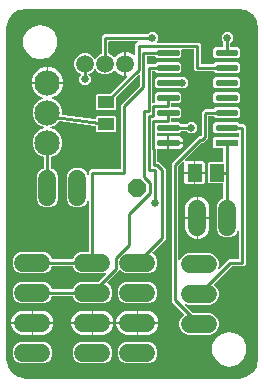
<source format=gtl>
G04 EAGLE Gerber RS-274X export*
G75*
%MOMM*%
%FSLAX34Y34*%
%LPD*%
%INTop Copper*%
%IPPOS*%
%AMOC8*
5,1,8,0,0,1.08239X$1,22.5*%
G01*
G04 Define Apertures*
%ADD10R,1.950000X0.590000*%
%ADD11C,0.295000*%
%ADD12C,2.140000*%
%ADD13R,1.420200X1.031200*%
%ADD14C,1.524000*%
%ADD15P,1.649562X8X22.500000*%
%ADD16R,1.300000X1.500000*%
%ADD17C,1.500000*%
%ADD18C,0.254000*%
%ADD19C,0.654800*%
G36*
X200149Y3317D02*
X206247Y4530D01*
X206522Y4643D01*
X211692Y8098D01*
X211902Y8308D01*
X215357Y13478D01*
X215470Y13753D01*
X216683Y19851D01*
X216698Y20000D01*
X216698Y300000D01*
X216683Y300149D01*
X215470Y306247D01*
X215357Y306522D01*
X211902Y311692D01*
X211692Y311902D01*
X206522Y315357D01*
X206247Y315470D01*
X200149Y316683D01*
X200000Y316698D01*
X20000Y316698D01*
X19851Y316683D01*
X13753Y315470D01*
X13478Y315357D01*
X8308Y311902D01*
X8098Y311692D01*
X4643Y306522D01*
X4530Y306247D01*
X3317Y300149D01*
X3302Y300000D01*
X3302Y20000D01*
X3317Y19851D01*
X4530Y13753D01*
X4643Y13478D01*
X8098Y8308D01*
X8308Y8098D01*
X13478Y4643D01*
X13753Y4530D01*
X19851Y3317D01*
X20000Y3302D01*
X200000Y3302D01*
X200149Y3317D01*
G37*
%LPC*%
G36*
X25749Y275048D02*
X20645Y279119D01*
X17812Y285001D01*
X17812Y291530D01*
X20645Y297412D01*
X25749Y301482D01*
X32114Y302935D01*
X38479Y301482D01*
X43583Y297412D01*
X46416Y291530D01*
X46416Y285001D01*
X43583Y279119D01*
X38479Y275048D01*
X32114Y273596D01*
X25749Y275048D01*
G37*
G36*
X180383Y274926D02*
X178626Y276683D01*
X178626Y282117D01*
X180383Y283874D01*
X186344Y283874D01*
X186641Y283934D01*
X186891Y284106D01*
X187055Y284361D01*
X187106Y284636D01*
X187106Y288393D01*
X187046Y288690D01*
X186883Y288932D01*
X185702Y290113D01*
X185702Y294087D01*
X188513Y296898D01*
X192487Y296898D01*
X195298Y294087D01*
X195298Y290113D01*
X192917Y287732D01*
X192750Y287479D01*
X192694Y287193D01*
X192694Y284636D01*
X192754Y284339D01*
X192926Y284089D01*
X193181Y283925D01*
X193456Y283874D01*
X199417Y283874D01*
X201174Y282117D01*
X201174Y276683D01*
X199417Y274926D01*
X180383Y274926D01*
G37*
G36*
X15961Y67056D02*
X12600Y68448D01*
X10028Y71020D01*
X8636Y74381D01*
X8636Y78019D01*
X10028Y81380D01*
X12600Y83952D01*
X15961Y85344D01*
X34839Y85344D01*
X38200Y83952D01*
X40772Y81380D01*
X41565Y79464D01*
X41735Y79213D01*
X41989Y79047D01*
X42269Y78994D01*
X59331Y78994D01*
X59628Y79054D01*
X59878Y79226D01*
X60035Y79464D01*
X60828Y81380D01*
X63400Y83952D01*
X66761Y85344D01*
X81077Y85344D01*
X81374Y85404D01*
X81616Y85567D01*
X87822Y91774D01*
X87990Y92026D01*
X88045Y92325D01*
X87980Y92621D01*
X87805Y92868D01*
X87547Y93028D01*
X87247Y93074D01*
X86992Y93016D01*
X85639Y92456D01*
X66761Y92456D01*
X63400Y93848D01*
X60828Y96420D01*
X60035Y98336D01*
X59865Y98587D01*
X59611Y98753D01*
X59331Y98806D01*
X42269Y98806D01*
X41972Y98746D01*
X41722Y98574D01*
X41565Y98336D01*
X40772Y96420D01*
X38200Y93848D01*
X34839Y92456D01*
X15961Y92456D01*
X12600Y93848D01*
X10028Y96420D01*
X8636Y99781D01*
X8636Y103419D01*
X10028Y106780D01*
X12600Y109352D01*
X15961Y110744D01*
X34839Y110744D01*
X38200Y109352D01*
X40772Y106780D01*
X41565Y104864D01*
X41735Y104613D01*
X41989Y104447D01*
X42269Y104394D01*
X59331Y104394D01*
X59628Y104454D01*
X59878Y104626D01*
X60035Y104864D01*
X60828Y106780D01*
X63400Y109352D01*
X66761Y110744D01*
X72644Y110744D01*
X72941Y110804D01*
X73191Y110976D01*
X73355Y111231D01*
X73406Y111506D01*
X73406Y153670D01*
X73346Y153967D01*
X73174Y154217D01*
X72919Y154381D01*
X72620Y154432D01*
X72325Y154362D01*
X72080Y154182D01*
X71940Y153962D01*
X71252Y152300D01*
X68680Y149728D01*
X65319Y148336D01*
X61681Y148336D01*
X58320Y149728D01*
X55748Y152300D01*
X54356Y155661D01*
X54356Y174539D01*
X55748Y177900D01*
X58320Y180472D01*
X61681Y181864D01*
X65319Y181864D01*
X68680Y180472D01*
X71252Y177900D01*
X71940Y176238D01*
X72110Y175987D01*
X72364Y175822D01*
X72662Y175768D01*
X72958Y175836D01*
X73204Y176013D01*
X73361Y176272D01*
X73406Y176530D01*
X73406Y178957D01*
X75043Y180594D01*
X99308Y180594D01*
X99605Y180654D01*
X99855Y180826D01*
X100019Y181081D01*
X100070Y181356D01*
X100070Y234993D01*
X116363Y251286D01*
X116530Y251539D01*
X116586Y251825D01*
X116586Y260328D01*
X116526Y260625D01*
X116354Y260875D01*
X116099Y261039D01*
X115800Y261090D01*
X115505Y261020D01*
X115285Y260867D01*
X96761Y242343D01*
X96594Y242090D01*
X96538Y241804D01*
X96538Y231659D01*
X95645Y230766D01*
X80181Y230766D01*
X79288Y231659D01*
X79288Y243233D01*
X80181Y244126D01*
X90326Y244126D01*
X90623Y244186D01*
X90865Y244349D01*
X105175Y258659D01*
X105342Y258912D01*
X105398Y259210D01*
X105333Y259506D01*
X105157Y259754D01*
X104899Y259913D01*
X104762Y259938D01*
X104762Y280040D01*
X105997Y280040D01*
X109687Y278512D01*
X111221Y276978D01*
X111474Y276810D01*
X111772Y276754D01*
X112068Y276820D01*
X112316Y276995D01*
X112475Y277253D01*
X112522Y277516D01*
X112522Y286301D01*
X114226Y288005D01*
X114393Y288258D01*
X114449Y288556D01*
X114384Y288852D01*
X114208Y289100D01*
X113950Y289259D01*
X113687Y289306D01*
X90556Y289306D01*
X90259Y289246D01*
X90009Y289074D01*
X89845Y288819D01*
X89794Y288544D01*
X89794Y279119D01*
X89854Y278822D01*
X90026Y278572D01*
X90264Y278415D01*
X92112Y277650D01*
X94268Y275494D01*
X94521Y275326D01*
X94819Y275271D01*
X95115Y275336D01*
X95363Y275511D01*
X95453Y275652D01*
X98313Y278512D01*
X102003Y280040D01*
X103238Y280040D01*
X103238Y259960D01*
X102003Y259960D01*
X98313Y261489D01*
X95446Y264356D01*
X95341Y264510D01*
X95087Y264676D01*
X94789Y264729D01*
X94493Y264662D01*
X94268Y264506D01*
X92112Y262350D01*
X88795Y260976D01*
X85205Y260976D01*
X81888Y262350D01*
X79350Y264888D01*
X79010Y265708D01*
X78841Y265959D01*
X78587Y266125D01*
X78288Y266178D01*
X77992Y266111D01*
X77746Y265933D01*
X77602Y265708D01*
X77263Y264888D01*
X74724Y262350D01*
X73112Y261682D01*
X72860Y261512D01*
X72695Y261258D01*
X72641Y260960D01*
X72709Y260664D01*
X72864Y260439D01*
X74648Y258655D01*
X74648Y254681D01*
X71837Y251870D01*
X67863Y251870D01*
X65052Y254681D01*
X65052Y258655D01*
X66596Y260199D01*
X66763Y260452D01*
X66819Y260738D01*
X66819Y260881D01*
X66758Y261178D01*
X66587Y261428D01*
X66348Y261585D01*
X64501Y262350D01*
X61963Y264888D01*
X60589Y268205D01*
X60589Y271795D01*
X61963Y275112D01*
X64501Y277650D01*
X67818Y279024D01*
X71408Y279024D01*
X74724Y277650D01*
X77263Y275112D01*
X77602Y274292D01*
X77772Y274041D01*
X78026Y273875D01*
X78325Y273822D01*
X78620Y273889D01*
X78866Y274067D01*
X79010Y274292D01*
X79350Y275112D01*
X81888Y277650D01*
X83736Y278415D01*
X83987Y278585D01*
X84153Y278839D01*
X84206Y279119D01*
X84206Y293257D01*
X85843Y294894D01*
X122693Y294894D01*
X122990Y294954D01*
X123232Y295117D01*
X125013Y296898D01*
X128987Y296898D01*
X131798Y294087D01*
X131798Y290113D01*
X130924Y289239D01*
X130757Y288986D01*
X130701Y288688D01*
X130766Y288392D01*
X130942Y288144D01*
X131200Y287985D01*
X131463Y287938D01*
X166257Y287938D01*
X167894Y286301D01*
X167894Y270256D01*
X167954Y269959D01*
X168126Y269709D01*
X168381Y269545D01*
X168656Y269494D01*
X178387Y269494D01*
X178684Y269554D01*
X178926Y269717D01*
X180383Y271174D01*
X199417Y271174D01*
X201174Y269417D01*
X201174Y263983D01*
X199417Y262226D01*
X180383Y262226D01*
X178926Y263683D01*
X178673Y263850D01*
X178387Y263906D01*
X163943Y263906D01*
X162306Y265543D01*
X162306Y281588D01*
X162246Y281885D01*
X162074Y282135D01*
X161819Y282299D01*
X161544Y282350D01*
X152336Y282350D01*
X152039Y282290D01*
X151789Y282118D01*
X151625Y281863D01*
X151574Y281588D01*
X151574Y276683D01*
X149817Y274926D01*
X130783Y274926D01*
X129326Y276383D01*
X129073Y276550D01*
X128787Y276606D01*
X122936Y276606D01*
X122639Y276546D01*
X122389Y276374D01*
X122225Y276119D01*
X122174Y275844D01*
X122174Y270256D01*
X122234Y269959D01*
X122406Y269709D01*
X122661Y269545D01*
X122936Y269494D01*
X128787Y269494D01*
X129084Y269554D01*
X129326Y269717D01*
X130783Y271174D01*
X149817Y271174D01*
X151574Y269417D01*
X151574Y263983D01*
X149817Y262226D01*
X130783Y262226D01*
X129326Y263683D01*
X129073Y263850D01*
X128787Y263906D01*
X127248Y263906D01*
X126951Y263846D01*
X126701Y263674D01*
X126537Y263419D01*
X126486Y263144D01*
X126486Y237900D01*
X126546Y237603D01*
X126718Y237353D01*
X126973Y237189D01*
X127248Y237138D01*
X128631Y237138D01*
X128928Y237198D01*
X129179Y237370D01*
X129342Y237625D01*
X129393Y237924D01*
X129323Y238219D01*
X129170Y238439D01*
X129026Y238583D01*
X129026Y244017D01*
X130783Y245774D01*
X149817Y245774D01*
X151574Y244017D01*
X151574Y238583D01*
X149817Y236826D01*
X143856Y236826D01*
X143559Y236766D01*
X143309Y236594D01*
X143145Y236339D01*
X143094Y236064D01*
X143094Y233836D01*
X143154Y233539D01*
X143326Y233289D01*
X143581Y233125D01*
X143856Y233074D01*
X149817Y233074D01*
X151574Y231317D01*
X151574Y225883D01*
X149817Y224126D01*
X143856Y224126D01*
X143559Y224066D01*
X143309Y223894D01*
X143145Y223639D01*
X143094Y223364D01*
X143094Y221136D01*
X143154Y220839D01*
X143326Y220589D01*
X143581Y220425D01*
X143856Y220374D01*
X149817Y220374D01*
X151274Y218917D01*
X151527Y218750D01*
X151813Y218694D01*
X155713Y218694D01*
X156010Y218754D01*
X156252Y218917D01*
X158033Y220698D01*
X162007Y220698D01*
X164818Y217887D01*
X164818Y213913D01*
X162007Y211102D01*
X158033Y211102D01*
X156252Y212883D01*
X155999Y213050D01*
X155713Y213106D01*
X151813Y213106D01*
X151516Y213046D01*
X151274Y212883D01*
X149817Y211426D01*
X131312Y211426D01*
X131015Y211366D01*
X130765Y211194D01*
X130601Y210939D01*
X130550Y210664D01*
X130550Y209452D01*
X130610Y209155D01*
X130782Y208905D01*
X131037Y208741D01*
X131312Y208690D01*
X139538Y208690D01*
X139538Y197710D01*
X131826Y197710D01*
X131529Y197650D01*
X131279Y197478D01*
X131115Y197223D01*
X131064Y196948D01*
X131064Y187706D01*
X131124Y187409D01*
X131296Y187159D01*
X131551Y186995D01*
X131826Y186944D01*
X132127Y186944D01*
X138148Y180923D01*
X138148Y121497D01*
X127090Y110439D01*
X126923Y110186D01*
X126867Y109888D01*
X126932Y109592D01*
X127090Y109361D01*
X129672Y106780D01*
X131064Y103419D01*
X131064Y99781D01*
X129672Y96420D01*
X127100Y93848D01*
X123739Y92456D01*
X104861Y92456D01*
X101500Y93848D01*
X100189Y95160D01*
X99936Y95327D01*
X99638Y95383D01*
X99342Y95318D01*
X99111Y95160D01*
X88990Y85039D01*
X88823Y84786D01*
X88767Y84488D01*
X88832Y84192D01*
X88990Y83961D01*
X91572Y81380D01*
X92964Y78019D01*
X92964Y74381D01*
X91572Y71020D01*
X89000Y68448D01*
X85639Y67056D01*
X66761Y67056D01*
X63400Y68448D01*
X60828Y71020D01*
X60035Y72936D01*
X59865Y73187D01*
X59611Y73353D01*
X59331Y73406D01*
X42269Y73406D01*
X41972Y73346D01*
X41722Y73174D01*
X41565Y72936D01*
X40772Y71020D01*
X38200Y68448D01*
X34839Y67056D01*
X15961Y67056D01*
G37*
G36*
X24860Y254762D02*
X24860Y256634D01*
X26876Y261500D01*
X30600Y265224D01*
X35466Y267240D01*
X37338Y267240D01*
X37338Y254762D01*
X24860Y254762D01*
G37*
G36*
X38862Y254762D02*
X38862Y267240D01*
X40734Y267240D01*
X45600Y265224D01*
X49324Y261500D01*
X51340Y256634D01*
X51340Y254762D01*
X38862Y254762D01*
G37*
G36*
X150413Y249202D02*
X150312Y249303D01*
X150059Y249470D01*
X149773Y249526D01*
X130783Y249526D01*
X129026Y251283D01*
X129026Y256717D01*
X130783Y258474D01*
X149773Y258474D01*
X150070Y258534D01*
X150312Y258697D01*
X150413Y258798D01*
X154387Y258798D01*
X157198Y255987D01*
X157198Y252013D01*
X154387Y249202D01*
X150413Y249202D01*
G37*
G36*
X180383Y249526D02*
X178626Y251283D01*
X178626Y256717D01*
X180383Y258474D01*
X199417Y258474D01*
X201174Y256717D01*
X201174Y251283D01*
X199417Y249526D01*
X180383Y249526D01*
G37*
G36*
X36281Y148336D02*
X32920Y149728D01*
X30348Y152300D01*
X28956Y155661D01*
X28956Y174539D01*
X30348Y177900D01*
X32920Y180472D01*
X34836Y181265D01*
X35087Y181435D01*
X35253Y181689D01*
X35306Y181969D01*
X35306Y190617D01*
X35246Y190914D01*
X35074Y191164D01*
X34836Y191321D01*
X31176Y192837D01*
X27737Y196276D01*
X25876Y200769D01*
X25876Y205632D01*
X27737Y210124D01*
X31176Y213563D01*
X35118Y215196D01*
X35370Y215366D01*
X35535Y215620D01*
X35588Y215918D01*
X35521Y216214D01*
X35343Y216460D01*
X35118Y216604D01*
X31176Y218237D01*
X27737Y221676D01*
X25876Y226169D01*
X25876Y231032D01*
X27737Y235524D01*
X31176Y238963D01*
X33791Y240046D01*
X34042Y240216D01*
X34208Y240470D01*
X34261Y240768D01*
X34193Y241064D01*
X34016Y241310D01*
X33791Y241454D01*
X30600Y242776D01*
X26876Y246500D01*
X24860Y251366D01*
X24860Y253238D01*
X51340Y253238D01*
X51340Y251366D01*
X49324Y246500D01*
X45600Y242776D01*
X42409Y241454D01*
X42158Y241285D01*
X41992Y241031D01*
X41939Y240732D01*
X42007Y240436D01*
X42184Y240190D01*
X42409Y240046D01*
X45024Y238963D01*
X48463Y235524D01*
X50324Y231032D01*
X50324Y227613D01*
X50384Y227316D01*
X50556Y227066D01*
X50811Y226902D01*
X50984Y226858D01*
X78424Y223156D01*
X78727Y223176D01*
X78998Y223312D01*
X79194Y223544D01*
X79288Y223911D01*
X79288Y224843D01*
X80181Y225736D01*
X95645Y225736D01*
X96538Y224843D01*
X96538Y213269D01*
X95645Y212376D01*
X80181Y212376D01*
X79288Y213269D01*
X79288Y216734D01*
X79228Y217032D01*
X79056Y217282D01*
X78801Y217445D01*
X78628Y217489D01*
X48735Y221523D01*
X48432Y221503D01*
X48094Y221306D01*
X45024Y218237D01*
X41082Y216604D01*
X40830Y216435D01*
X40665Y216180D01*
X40612Y215882D01*
X40679Y215586D01*
X40857Y215340D01*
X41082Y215196D01*
X45024Y213563D01*
X48463Y210124D01*
X50324Y205632D01*
X50324Y200769D01*
X48463Y196276D01*
X45024Y192837D01*
X41364Y191321D01*
X41113Y191152D01*
X40947Y190897D01*
X40894Y190617D01*
X40894Y181969D01*
X40954Y181672D01*
X41126Y181422D01*
X41364Y181265D01*
X43280Y180472D01*
X45852Y177900D01*
X47244Y174539D01*
X47244Y155661D01*
X45852Y152300D01*
X43280Y149728D01*
X39919Y148336D01*
X36281Y148336D01*
G37*
G36*
X180383Y236826D02*
X178626Y238583D01*
X178626Y244017D01*
X180383Y245774D01*
X199417Y245774D01*
X201174Y244017D01*
X201174Y238583D01*
X199417Y236826D01*
X180383Y236826D01*
G37*
G36*
X156931Y40386D02*
X153570Y41778D01*
X150998Y44350D01*
X149606Y47711D01*
X149606Y51349D01*
X150998Y54710D01*
X153580Y57291D01*
X153747Y57544D01*
X153803Y57842D01*
X153738Y58139D01*
X153580Y58369D01*
X145116Y66833D01*
X143256Y68693D01*
X143256Y185307D01*
X166483Y208534D01*
X167437Y208534D01*
X167734Y208594D01*
X167976Y208757D01*
X168433Y209214D01*
X168600Y209467D01*
X168656Y209753D01*
X168656Y228487D01*
X171563Y231394D01*
X178387Y231394D01*
X178684Y231454D01*
X178926Y231617D01*
X180383Y233074D01*
X199417Y233074D01*
X201174Y231317D01*
X201174Y225883D01*
X199417Y224126D01*
X180383Y224126D01*
X178926Y225583D01*
X178673Y225750D01*
X178387Y225806D01*
X175006Y225806D01*
X174709Y225746D01*
X174459Y225574D01*
X174295Y225319D01*
X174244Y225044D01*
X174244Y207123D01*
X170067Y202946D01*
X169113Y202946D01*
X168816Y202886D01*
X168574Y202723D01*
X154992Y189141D01*
X154825Y188888D01*
X154769Y188590D01*
X154834Y188294D01*
X155010Y188046D01*
X155268Y187887D01*
X155531Y187840D01*
X161916Y187840D01*
X161916Y178562D01*
X153638Y178562D01*
X153638Y185947D01*
X153578Y186244D01*
X153406Y186494D01*
X153151Y186658D01*
X152852Y186709D01*
X152557Y186639D01*
X152337Y186486D01*
X149067Y183216D01*
X148900Y182963D01*
X148844Y182677D01*
X148844Y104140D01*
X148904Y103843D01*
X149076Y103593D01*
X149331Y103429D01*
X149630Y103378D01*
X149925Y103448D01*
X150170Y103628D01*
X150310Y103848D01*
X150998Y105510D01*
X153570Y108082D01*
X156931Y109474D01*
X175809Y109474D01*
X179170Y108082D01*
X181742Y105510D01*
X183134Y102149D01*
X183134Y98511D01*
X182574Y97158D01*
X182516Y96860D01*
X182578Y96564D01*
X182752Y96315D01*
X183009Y96154D01*
X183308Y96105D01*
X183603Y96177D01*
X183816Y96328D01*
X191883Y104394D01*
X199644Y104394D01*
X199941Y104454D01*
X200191Y104626D01*
X200355Y104881D01*
X200406Y105156D01*
X200406Y128270D01*
X200346Y128567D01*
X200174Y128817D01*
X199919Y128981D01*
X199620Y129032D01*
X199325Y128962D01*
X199080Y128782D01*
X198940Y128562D01*
X198252Y126900D01*
X195680Y124328D01*
X192319Y122936D01*
X188681Y122936D01*
X185320Y124328D01*
X182748Y126900D01*
X181356Y130261D01*
X181356Y149139D01*
X182748Y152500D01*
X185320Y155072D01*
X186636Y155617D01*
X186887Y155786D01*
X187053Y156040D01*
X187106Y156321D01*
X187106Y168014D01*
X187046Y168311D01*
X186874Y168561D01*
X186619Y168725D01*
X186344Y168776D01*
X174547Y168776D01*
X173654Y169669D01*
X173654Y185931D01*
X174547Y186824D01*
X186344Y186824D01*
X186641Y186884D01*
X186891Y187056D01*
X187055Y187311D01*
X187106Y187586D01*
X187106Y197964D01*
X187046Y198261D01*
X186874Y198511D01*
X186619Y198675D01*
X186344Y198726D01*
X179519Y198726D01*
X178626Y199619D01*
X178626Y206781D01*
X179519Y207674D01*
X199644Y207674D01*
X199941Y207734D01*
X200191Y207906D01*
X200355Y208161D01*
X200406Y208436D01*
X200406Y210664D01*
X200346Y210961D01*
X200174Y211211D01*
X199919Y211375D01*
X199644Y211426D01*
X180383Y211426D01*
X178626Y213183D01*
X178626Y218617D01*
X180383Y220374D01*
X199417Y220374D01*
X200874Y218917D01*
X201127Y218750D01*
X201413Y218694D01*
X204357Y218694D01*
X205994Y217057D01*
X205994Y100443D01*
X204357Y98806D01*
X194513Y98806D01*
X194216Y98746D01*
X193974Y98583D01*
X179160Y83769D01*
X178993Y83516D01*
X178937Y83218D01*
X179002Y82922D01*
X179160Y82691D01*
X181742Y80110D01*
X183134Y76749D01*
X183134Y73111D01*
X181742Y69750D01*
X179170Y67178D01*
X175809Y65786D01*
X156931Y65786D01*
X155578Y66346D01*
X155280Y66404D01*
X154984Y66342D01*
X154735Y66168D01*
X154574Y65911D01*
X154525Y65612D01*
X154597Y65318D01*
X154748Y65104D01*
X160954Y58897D01*
X161207Y58730D01*
X161493Y58674D01*
X175809Y58674D01*
X179170Y57282D01*
X181742Y54710D01*
X183134Y51349D01*
X183134Y47711D01*
X181742Y44350D01*
X179170Y41778D01*
X175809Y40386D01*
X156931Y40386D01*
G37*
G36*
X141062Y203962D02*
X141062Y208690D01*
X150238Y208690D01*
X152590Y206338D01*
X152590Y203962D01*
X141062Y203962D01*
G37*
G36*
X141062Y197710D02*
X141062Y202438D01*
X152590Y202438D01*
X152590Y200062D01*
X150238Y197710D01*
X141062Y197710D01*
G37*
G36*
X163440Y178562D02*
X163440Y187840D01*
X170230Y187840D01*
X171718Y186352D01*
X171718Y178562D01*
X163440Y178562D01*
G37*
G36*
X163440Y167760D02*
X163440Y177038D01*
X171718Y177038D01*
X171718Y169248D01*
X170230Y167760D01*
X163440Y167760D01*
G37*
G36*
X155126Y167760D02*
X153638Y169248D01*
X153638Y177038D01*
X161916Y177038D01*
X161916Y167760D01*
X155126Y167760D01*
G37*
G36*
X154940Y140462D02*
X154940Y149341D01*
X156487Y153075D01*
X159345Y155933D01*
X163079Y157480D01*
X164338Y157480D01*
X164338Y140462D01*
X154940Y140462D01*
G37*
G36*
X165862Y140462D02*
X165862Y157480D01*
X167121Y157480D01*
X170855Y155933D01*
X173713Y153075D01*
X175260Y149341D01*
X175260Y140462D01*
X165862Y140462D01*
G37*
G36*
X163079Y121920D02*
X159345Y123467D01*
X156487Y126325D01*
X154940Y130059D01*
X154940Y138938D01*
X164338Y138938D01*
X164338Y121920D01*
X163079Y121920D01*
G37*
G36*
X165862Y121920D02*
X165862Y138938D01*
X175260Y138938D01*
X175260Y130059D01*
X173713Y126325D01*
X170855Y123467D01*
X167121Y121920D01*
X165862Y121920D01*
G37*
G36*
X104861Y67056D02*
X101500Y68448D01*
X98928Y71020D01*
X97536Y74381D01*
X97536Y78019D01*
X98928Y81380D01*
X101500Y83952D01*
X104861Y85344D01*
X123739Y85344D01*
X127100Y83952D01*
X129672Y81380D01*
X131064Y78019D01*
X131064Y74381D01*
X129672Y71020D01*
X127100Y68448D01*
X123739Y67056D01*
X104861Y67056D01*
G37*
G36*
X96520Y51562D02*
X96520Y52821D01*
X98067Y56555D01*
X100925Y59413D01*
X104659Y60960D01*
X113538Y60960D01*
X113538Y51562D01*
X96520Y51562D01*
G37*
G36*
X58420Y51562D02*
X58420Y52821D01*
X59967Y56555D01*
X62825Y59413D01*
X66559Y60960D01*
X75438Y60960D01*
X75438Y51562D01*
X58420Y51562D01*
G37*
G36*
X7620Y51562D02*
X7620Y52821D01*
X9167Y56555D01*
X12025Y59413D01*
X15759Y60960D01*
X24638Y60960D01*
X24638Y51562D01*
X7620Y51562D01*
G37*
G36*
X26162Y51562D02*
X26162Y60960D01*
X35041Y60960D01*
X38775Y59413D01*
X41633Y56555D01*
X43180Y52821D01*
X43180Y51562D01*
X26162Y51562D01*
G37*
G36*
X76962Y51562D02*
X76962Y60960D01*
X85841Y60960D01*
X89575Y59413D01*
X92433Y56555D01*
X93980Y52821D01*
X93980Y51562D01*
X76962Y51562D01*
G37*
G36*
X115062Y51562D02*
X115062Y60960D01*
X123941Y60960D01*
X127675Y59413D01*
X130533Y56555D01*
X132080Y52821D01*
X132080Y51562D01*
X115062Y51562D01*
G37*
G36*
X115062Y40640D02*
X115062Y50038D01*
X132080Y50038D01*
X132080Y48779D01*
X130533Y45045D01*
X127675Y42187D01*
X123941Y40640D01*
X115062Y40640D01*
G37*
G36*
X104659Y40640D02*
X100925Y42187D01*
X98067Y45045D01*
X96520Y48779D01*
X96520Y50038D01*
X113538Y50038D01*
X113538Y40640D01*
X104659Y40640D01*
G37*
G36*
X76962Y40640D02*
X76962Y50038D01*
X93980Y50038D01*
X93980Y48779D01*
X92433Y45045D01*
X89575Y42187D01*
X85841Y40640D01*
X76962Y40640D01*
G37*
G36*
X66559Y40640D02*
X62825Y42187D01*
X59967Y45045D01*
X58420Y48779D01*
X58420Y50038D01*
X75438Y50038D01*
X75438Y40640D01*
X66559Y40640D01*
G37*
G36*
X26162Y40640D02*
X26162Y50038D01*
X43180Y50038D01*
X43180Y48779D01*
X41633Y45045D01*
X38775Y42187D01*
X35041Y40640D01*
X26162Y40640D01*
G37*
G36*
X15759Y40640D02*
X12025Y42187D01*
X9167Y45045D01*
X7620Y48779D01*
X7620Y50038D01*
X24638Y50038D01*
X24638Y40640D01*
X15759Y40640D01*
G37*
G36*
X185749Y15048D02*
X180645Y19119D01*
X177812Y25001D01*
X177812Y31530D01*
X180645Y37412D01*
X185749Y41482D01*
X192114Y42935D01*
X198479Y41482D01*
X203583Y37412D01*
X206416Y31530D01*
X206416Y25001D01*
X203583Y19119D01*
X198479Y15048D01*
X192114Y13596D01*
X185749Y15048D01*
G37*
G36*
X66761Y16256D02*
X63400Y17648D01*
X60828Y20220D01*
X59436Y23581D01*
X59436Y27219D01*
X60828Y30580D01*
X63400Y33152D01*
X66761Y34544D01*
X85639Y34544D01*
X89000Y33152D01*
X91572Y30580D01*
X92964Y27219D01*
X92964Y23581D01*
X91572Y20220D01*
X89000Y17648D01*
X85639Y16256D01*
X66761Y16256D01*
G37*
G36*
X15961Y16256D02*
X12600Y17648D01*
X10028Y20220D01*
X8636Y23581D01*
X8636Y27219D01*
X10028Y30580D01*
X12600Y33152D01*
X15961Y34544D01*
X34839Y34544D01*
X38200Y33152D01*
X40772Y30580D01*
X42164Y27219D01*
X42164Y23581D01*
X40772Y20220D01*
X38200Y17648D01*
X34839Y16256D01*
X15961Y16256D01*
G37*
G36*
X104861Y16256D02*
X101500Y17648D01*
X98928Y20220D01*
X97536Y23581D01*
X97536Y27219D01*
X98928Y30580D01*
X101500Y33152D01*
X104861Y34544D01*
X123739Y34544D01*
X127100Y33152D01*
X129672Y30580D01*
X131064Y27219D01*
X131064Y23581D01*
X129672Y20220D01*
X127100Y17648D01*
X123739Y16256D01*
X104861Y16256D01*
G37*
%LPD*%
D10*
X189900Y203200D03*
D11*
X181625Y217375D02*
X198175Y217375D01*
X198175Y214425D01*
X181625Y214425D01*
X181625Y217375D01*
X181625Y217227D02*
X198175Y217227D01*
X198175Y230075D02*
X181625Y230075D01*
X198175Y230075D02*
X198175Y227125D01*
X181625Y227125D01*
X181625Y230075D01*
X181625Y229927D02*
X198175Y229927D01*
X198175Y242775D02*
X181625Y242775D01*
X198175Y242775D02*
X198175Y239825D01*
X181625Y239825D01*
X181625Y242775D01*
X181625Y242627D02*
X198175Y242627D01*
X198175Y255475D02*
X181625Y255475D01*
X198175Y255475D02*
X198175Y252525D01*
X181625Y252525D01*
X181625Y255475D01*
X181625Y255327D02*
X198175Y255327D01*
X198175Y268175D02*
X181625Y268175D01*
X198175Y268175D02*
X198175Y265225D01*
X181625Y265225D01*
X181625Y268175D01*
X181625Y268027D02*
X198175Y268027D01*
X198175Y280875D02*
X181625Y280875D01*
X198175Y280875D02*
X198175Y277925D01*
X181625Y277925D01*
X181625Y280875D01*
X181625Y280727D02*
X198175Y280727D01*
X148575Y280875D02*
X132025Y280875D01*
X148575Y280875D02*
X148575Y277925D01*
X132025Y277925D01*
X132025Y280875D01*
X132025Y280727D02*
X148575Y280727D01*
X148575Y268175D02*
X132025Y268175D01*
X148575Y268175D02*
X148575Y265225D01*
X132025Y265225D01*
X132025Y268175D01*
X132025Y268027D02*
X148575Y268027D01*
X148575Y255475D02*
X132025Y255475D01*
X148575Y255475D02*
X148575Y252525D01*
X132025Y252525D01*
X132025Y255475D01*
X132025Y255327D02*
X148575Y255327D01*
X148575Y242775D02*
X132025Y242775D01*
X148575Y242775D02*
X148575Y239825D01*
X132025Y239825D01*
X132025Y242775D01*
X132025Y242627D02*
X148575Y242627D01*
X148575Y230075D02*
X132025Y230075D01*
X148575Y230075D02*
X148575Y227125D01*
X132025Y227125D01*
X132025Y230075D01*
X132025Y229927D02*
X148575Y229927D01*
X148575Y217375D02*
X132025Y217375D01*
X148575Y217375D02*
X148575Y214425D01*
X132025Y214425D01*
X132025Y217375D01*
X132025Y217227D02*
X148575Y217227D01*
X148575Y204675D02*
X132025Y204675D01*
X148575Y204675D02*
X148575Y201725D01*
X132025Y201725D01*
X132025Y204675D01*
X132025Y204527D02*
X148575Y204527D01*
D12*
X38100Y203200D03*
X38100Y228600D03*
X38100Y254000D03*
D13*
X87913Y237446D03*
X87913Y219056D03*
D14*
X63500Y172720D02*
X63500Y157480D01*
X38100Y157480D02*
X38100Y172720D01*
X33020Y25400D02*
X17780Y25400D01*
X17780Y50800D02*
X33020Y50800D01*
X33020Y76200D02*
X17780Y76200D01*
X17780Y101600D02*
X33020Y101600D01*
X68580Y25400D02*
X83820Y25400D01*
X83820Y50800D02*
X68580Y50800D01*
X68580Y76200D02*
X83820Y76200D01*
X83820Y101600D02*
X68580Y101600D01*
D15*
X114300Y165100D03*
D16*
X181678Y177800D03*
X162678Y177800D03*
D17*
X69613Y270000D03*
X87000Y270000D03*
X104000Y270000D03*
D14*
X106680Y25400D02*
X121920Y25400D01*
X121920Y50800D02*
X106680Y50800D01*
X106680Y76200D02*
X121920Y76200D01*
X121920Y101600D02*
X106680Y101600D01*
X190500Y132080D02*
X190500Y147320D01*
X165100Y147320D02*
X165100Y132080D01*
X158750Y49530D02*
X173990Y49530D01*
X173990Y74930D02*
X158750Y74930D01*
X158750Y100330D02*
X173990Y100330D01*
D18*
X87913Y219056D02*
X38100Y225777D01*
X38100Y228600D01*
X115316Y279400D02*
X115316Y285144D01*
X165100Y285144D01*
X165100Y266700D01*
X189900Y266700D01*
X115316Y264849D02*
X115316Y279400D01*
X115316Y264849D02*
X87913Y237446D01*
X38100Y203200D02*
X38100Y165100D01*
X189900Y177800D02*
X189900Y203200D01*
X189900Y177800D02*
X181678Y177800D01*
X189900Y177800D02*
X189900Y139700D01*
X190500Y139700D01*
D19*
X69850Y256668D03*
D18*
X69613Y256668D02*
X69613Y270000D01*
X69613Y256668D02*
X69850Y256668D01*
X76200Y76200D02*
X25400Y76200D01*
X123692Y266700D02*
X140300Y266700D01*
X123692Y229772D02*
X119628Y229772D01*
X123692Y229772D02*
X123692Y266700D01*
X96266Y96266D02*
X76200Y76200D01*
X96266Y96266D02*
X96266Y105914D01*
X106934Y116582D01*
X124714Y160786D02*
X124714Y169414D01*
X106934Y143006D02*
X106934Y116582D01*
X106934Y143006D02*
X124714Y160786D01*
X124714Y169414D02*
X119628Y174500D01*
X119628Y229772D01*
X76200Y101600D02*
X25400Y101600D01*
X76200Y101600D02*
X76200Y177800D01*
X119380Y279400D02*
X140300Y279400D01*
X102864Y177800D02*
X76200Y177800D01*
X102864Y177800D02*
X102864Y233836D01*
X119380Y250352D02*
X119380Y279400D01*
X119380Y250352D02*
X102864Y233836D01*
X189900Y279400D02*
X189900Y292100D01*
X190500Y292100D01*
D19*
X190500Y292100D03*
D18*
X87000Y292100D02*
X87000Y270000D01*
X87000Y292100D02*
X127000Y292100D01*
D19*
X127000Y292100D03*
X152400Y254000D03*
D18*
X140300Y254000D01*
X140300Y241300D02*
X140300Y234344D01*
X127756Y234344D01*
X127756Y225708D01*
X123692Y225708D01*
X123692Y180086D01*
X129286Y180086D01*
X129286Y152400D01*
D19*
X129286Y152400D03*
D18*
X140300Y221644D02*
X140300Y228600D01*
X140300Y221644D02*
X127756Y221644D01*
X127756Y197456D02*
X128270Y197456D01*
X128270Y184150D01*
X127756Y197456D02*
X127756Y221644D01*
X128270Y184150D02*
X130969Y184150D01*
X135354Y179765D01*
X135354Y122654D01*
X114300Y101600D01*
D19*
X160020Y215900D03*
D18*
X140300Y215900D01*
X193040Y101600D02*
X166370Y74930D01*
X193040Y101600D02*
X203200Y101600D01*
X203200Y215900D01*
X189900Y215900D01*
X146050Y69850D02*
X166370Y49530D01*
X146050Y69850D02*
X146050Y184150D01*
X167640Y205740D01*
X168910Y205740D01*
X171450Y208280D01*
X171450Y227330D01*
X172720Y228600D01*
X189900Y228600D01*
M02*

</source>
